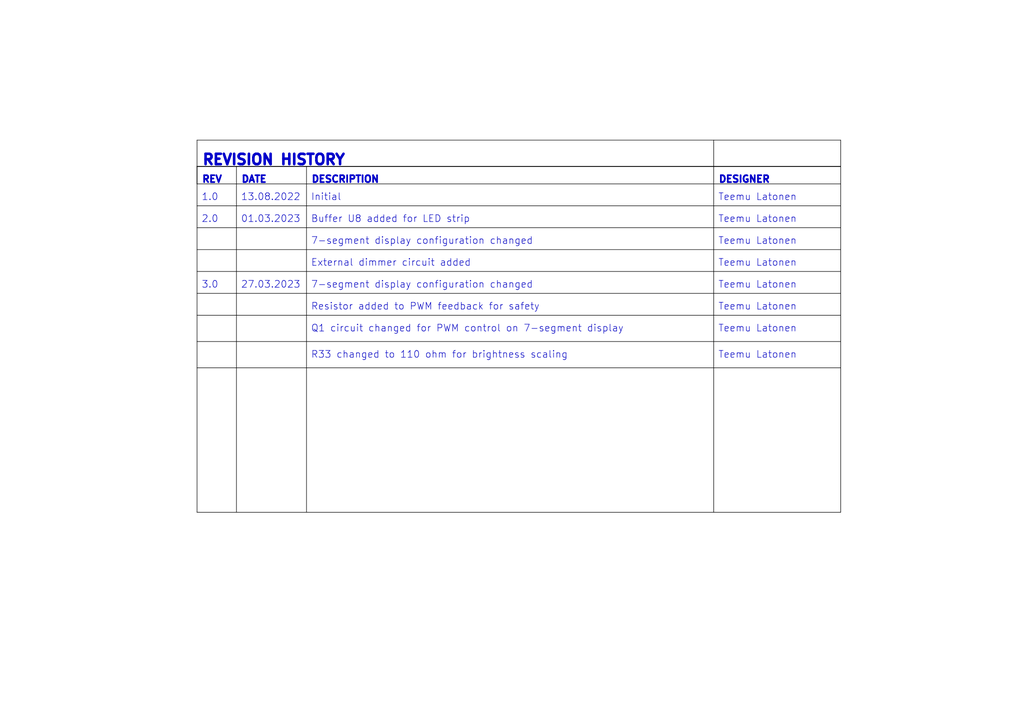
<source format=kicad_sch>
(kicad_sch (version 20230121) (generator eeschema)
  (paper "A4")
  (title_block (title "Gear Display Board") (date "2023-04-06") (rev "3.0") (company "Kallio Designs Oy") (comment 1 "Teemu Latonen") (comment 2 "000064") (comment 3 "000065"))
  (lib_symbols)
  (polyline (pts (xy 57.15 72.39) (xy 243.84 72.39)) (stroke (width 0) (type solid) (color 0 0 0 1)))
  (polyline (pts (xy 57.15 66.04) (xy 243.84 66.04)) (stroke (width 0) (type solid) (color 0 0 0 1)))
  (polyline (pts (xy 57.15 48.26) (xy 57.15 53.34)) (stroke (width 0) (type solid) (color 0 0 0 1)))
  (polyline (pts (xy 57.15 91.44) (xy 243.84 91.44)) (stroke (width 0) (type solid) (color 0 0 0 1)))
  (polyline (pts (xy 57.15 78.74) (xy 243.84 78.74)) (stroke (width 0) (type solid) (color 0 0 0 1)))
  (polyline (pts (xy 57.15 48.26) (xy 57.15 148.59)) (stroke (width 0) (type solid) (color 0 0 0 1)))
  (polyline (pts (xy 57.15 99.06) (xy 243.84 99.06)) (stroke (width 0) (type solid) (color 0 0 0 1)))
  (polyline (pts (xy 207.01 148.59) (xy 207.01 48.26)) (stroke (width 0) (type solid) (color 0 0 0 1)))
  (polyline (pts (xy 243.84 48.26) (xy 243.84 40.64)) (stroke (width 0) (type solid) (color 0 0 0 1)))
  (polyline (pts (xy 207.01 48.26) (xy 207.01 40.64)) (stroke (width 0) (type solid) (color 0 0 0 1)))
  (polyline (pts (xy 57.15 59.69) (xy 243.84 59.69)) (stroke (width 0) (type solid) (color 0 0 0 1)))
  (polyline (pts (xy 243.84 148.59) (xy 243.84 48.26)) (stroke (width 0) (type solid) (color 0 0 0 1)))
  (polyline (pts (xy 57.15 53.34) (xy 243.84 53.34)) (stroke (width 0) (type solid) (color 0 0 0 1)))
  (polyline (pts (xy 57.15 85.09) (xy 243.84 85.09)) (stroke (width 0) (type solid) (color 0 0 0 1)))
  (polyline (pts (xy 57.15 48.26) (xy 243.84 48.26)) (stroke (width 0) (type solid) (color 0 0 0 1)))
  (polyline (pts (xy 57.15 40.64) (xy 243.84 40.64)) (stroke (width 0) (type solid) (color 0 0 0 1)))
  (polyline (pts (xy 88.9 148.59) (xy 88.9 48.26)) (stroke (width 0) (type solid) (color 0 0 0 1)))
  (polyline (pts (xy 57.15 148.59) (xy 243.84 148.59)) (stroke (width 0) (type solid) (color 0 0 0 1)))
  (polyline (pts (xy 57.15 48.26) (xy 243.84 48.26)) (stroke (width 0) (type solid) (color 0 0 0 1)))
  (polyline (pts (xy 57.15 106.68) (xy 243.84 106.68)) (stroke (width 0) (type solid) (color 0 0 0 1)))
  (polyline (pts (xy 57.15 40.64) (xy 57.15 48.26)) (stroke (width 0) (type solid) (color 0 0 0 1)))
  (polyline (pts (xy 57.15 48.26) (xy 243.84 48.26)) (stroke (width 0) (type solid) (color 0 0 0 1)))
  (polyline (pts (xy 68.58 148.59) (xy 68.58 48.26)) (stroke (width 0) (type solid) (color 0 0 0 1)))
  (text "3.0" (at 58.42 83.82 0) (effects (font (size 2 2)) (justify left bottom)))
  (text "2.0" (at 58.42 64.77 0) (effects (font (size 2 2)) (justify left bottom)))
  (text "13.08.2022" (at 69.85 58.42 0) (effects (font (size 2 2)) (justify left bottom)))
  (text "Resistor added to PWM feedback for safety" (at 90.17 90.17 0) (effects (font (size 2 2)) (justify left bottom)))
  (text "REV" (at 58.42 53.34 0) (effects (font (size 2 2) (thickness 1) bold) (justify left bottom)))
  (text "DESCRIPTION" (at 90.17 53.34 0) (effects (font (size 2 2) (thickness 1) bold) (justify left bottom)))
  (text "External dimmer circuit added" (at 90.17 77.47 0) (effects (font (size 2 2)) (justify left bottom)))
  (text "7-segment display configuration changed" (at 90.17 83.82 0) (effects (font (size 2 2)) (justify left bottom)))
  (text "01.03.2023" (at 69.85 64.77 0) (effects (font (size 2 2)) (justify left bottom)))
  (text "Teemu Latonen" (at 208.28 64.77 0) (effects (font (size 2 2)) (justify left bottom)))
  (text "Teemu Latonen" (at 208.28 96.52 0) (effects (font (size 2 2)) (justify left bottom)))
  (text "REVISION HISTORY" (at 58.42 48.26 0) (effects (font (size 3 3) (thickness 1) bold) (justify left bottom)))
  (text "R33 changed to 110 ohm for brightness scaling" (at 90.17 104.14 0) (effects (font (size 2 2)) (justify left bottom)))
  (text "DESIGNER" (at 208.28 53.34 0) (effects (font (size 2 2) (thickness 1) bold) (justify left bottom)))
  (text "Teemu Latonen" (at 208.28 90.17 0) (effects (font (size 2 2)) (justify left bottom)))
  (text "Teemu Latonen" (at 208.28 71.12 0) (effects (font (size 2 2)) (justify left bottom)))
  (text "Teemu Latonen" (at 208.28 77.47 0) (effects (font (size 2 2)) (justify left bottom)))
  (text "DATE" (at 69.85 53.34 0) (effects (font (size 2 2) (thickness 1) bold) (justify left bottom)))
  (text "7-segment display configuration changed" (at 90.17 71.12 0) (effects (font (size 2 2)) (justify left bottom)))
  (text "1.0" (at 58.42 58.42 0) (effects (font (size 2 2)) (justify left bottom)))
  (text "Teemu Latonen" (at 208.28 83.82 0) (effects (font (size 2 2)) (justify left bottom)))
  (text "Teemu Latonen" (at 208.28 104.14 0) (effects (font (size 2 2)) (justify left bottom)))
  (text "Initial" (at 90.17 58.42 0) (effects (font (size 2 2)) (justify left bottom)))
  (text "Teemu Latonen" (at 208.28 58.42 0) (effects (font (size 2 2)) (justify left bottom)))
  (text "Q1 circuit changed for PWM control on 7-segment display" (at 90.17 96.52 0) (effects (font (size 2 2)) (justify left bottom)))
  (text "Buffer U8 added for LED strip" (at 90.17 64.77 0) (effects (font (size 2 2)) (justify left bottom)))
  (text "27.03.2023" (at 69.85 83.82 0) (effects (font (size 2 2)) (justify left bottom)))
)
</source>
